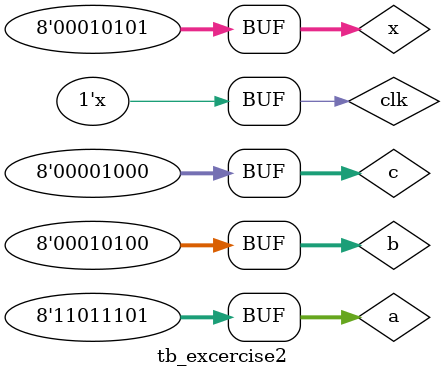
<source format=v>
`timescale 1ns / 1ps

module tb_excercise2;

  // Inputs
  reg clk;
  reg [7:0] a, b, c, x;

  // Outputs
  wire [10:0] y;

  // Instantiate the excercise2 module
  excercise2 uut (
    .clk(clk),
    .a(a),
    .b(b),
    .c(c),
    .x(x),
    .y(y)
  );

  // Clock generation
  initial begin
    clk = 0;
    
  end
always #5 clk = ~clk;
  // Test stimulus
  initial begin
    // Initialize inputs
    a = 8'h00; // You can change these values as needed
    b = 8'h00;
    c = 8'h00;
    x = 8'hF1;

    // Apply inputs and observe outputs
    #10; // Initial delay

    // Apply new inputs
    a = 8'h0F;
    b = 8'h00;
    c = 8'h00;
    x = 8'h0A;
    #10;
    a = 8'h0D;
    b = 8'h04;
    c = 8'h00;
    x = 8'h11;
    #10;
    a = 8'hDD;
    b = 8'h14;
    c = 8'h08;
    x = 8'h15;
    // Wait for some time
    #20;

    // You can add more test scenarios as needed

    // End simulation
    
  end

endmodule

</source>
